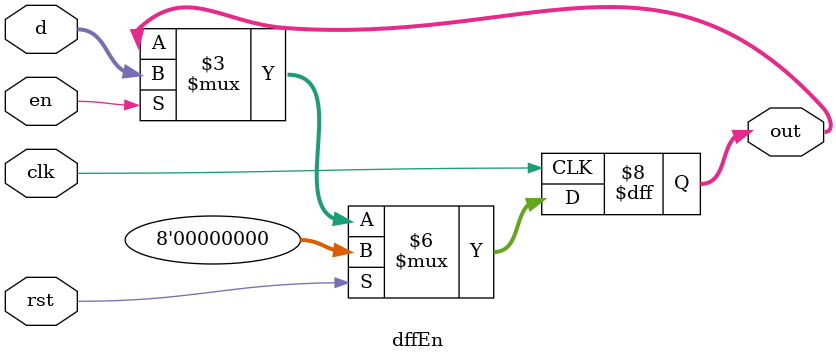
<source format=v>
module dffEn 
    # (parameter N = 8)
    ( 
        d,
        rst,
        clk,
        en,
	    out,
    );

    input [N - 1: 0] d;
    input rst, clk, en;
    output reg [N - 1: 0] out;

    always @(posedge clk) 
    begin
        if (rst) out  <= 0; 
        else begin
            if (en) out <= d;
            else out <= out;       
        end
        

    end

endmodule

</source>
